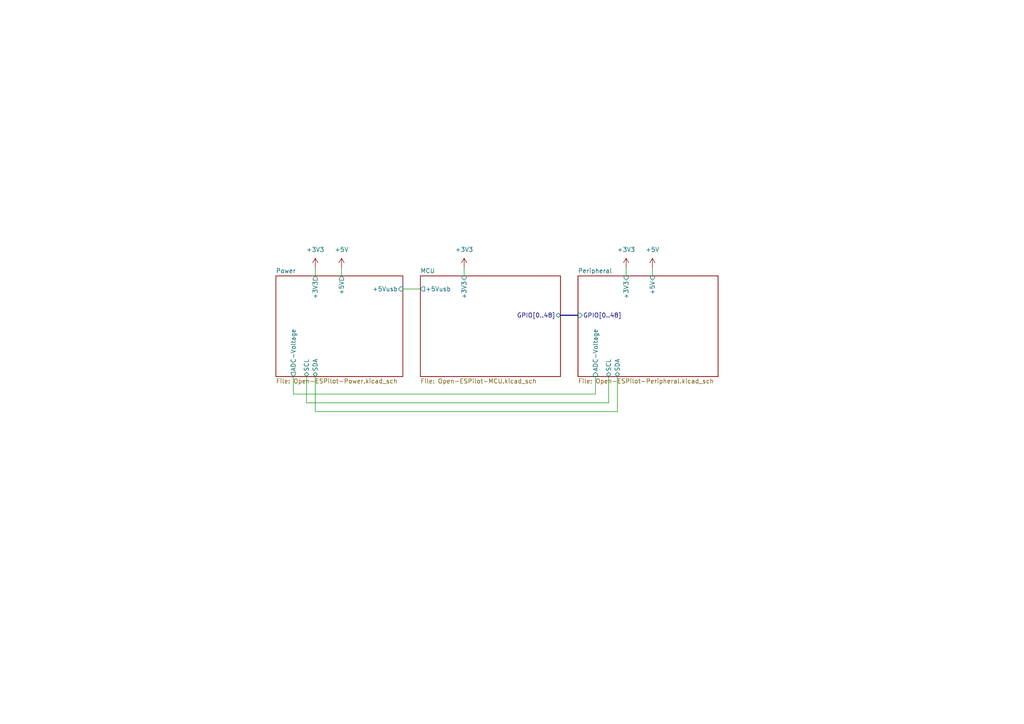
<source format=kicad_sch>
(kicad_sch (version 20250114) (generator "eeschema") (generator_version "9.0")
  (paper "A4")
  (title_block (title "Open-ESPilot"))
  (lib_symbols
    (symbol "power:+3V3" (power) (pin_numbers (hide yes)) (pin_names (offset 0) (hide yes))
      (property "Value" "+3V3" (at 0 3.556 0))
      (symbol "+3V3_0_1"
        (polyline (pts (xy -0.762 1.27) (xy 0 2.54)))
        (polyline (pts (xy 0 2.54) (xy 0.762 1.27)))
        (polyline (pts (xy 0 0) (xy 0 2.54)))
      )
      (symbol "+3V3_1_1"
        (pin power_in line (at 0 0 90) (length 0) (name "~") (number "1"))
      )
    )
    (symbol "power:+5V" (power) (pin_numbers (hide yes)) (pin_names (offset 0) (hide yes))
      (property "Value" "+5V" (at 0 3.556 0))
      (symbol "+5V_0_1"
        (polyline (pts (xy -0.762 1.27) (xy 0 2.54)))
        (polyline (pts (xy 0 2.54) (xy 0.762 1.27)))
        (polyline (pts (xy 0 0) (xy 0 2.54)))
      )
      (symbol "+5V_1_1"
        (pin power_in line (at 0 0 90) (length 0) (name "~") (number "1"))
      )
    )
  )
  (wire (pts (xy 181.61 77.47) (xy 181.61 80.01)))
  (wire (pts (xy 99.06 77.47) (xy 99.06 80.01)))
  (bus (pts (xy 162.56 91.44) (xy 167.64 91.44)))
  (wire (pts (xy 91.44 77.47) (xy 91.44 80.01)))
  (wire (pts (xy 88.9 116.84) (xy 176.53 116.84)))
  (wire (pts (xy 116.84 83.82) (xy 121.92 83.82)))
  (wire (pts (xy 179.07 119.38) (xy 179.07 109.22)))
  (wire (pts (xy 85.09 114.3) (xy 172.72 114.3)))
  (wire (pts (xy 91.44 109.22) (xy 91.44 119.38)))
  (wire (pts (xy 134.62 77.47) (xy 134.62 80.01)))
  (wire (pts (xy 91.44 119.38) (xy 179.07 119.38)))
  (wire (pts (xy 85.09 109.22) (xy 85.09 114.3)))
  (wire (pts (xy 88.9 109.22) (xy 88.9 116.84)))
  (wire (pts (xy 172.72 114.3) (xy 172.72 109.22)))
  (wire (pts (xy 176.53 116.84) (xy 176.53 109.22)))
  (wire (pts (xy 189.23 77.47) (xy 189.23 80.01)))
  (symbol (lib_id "power:+5V") (at 99.06 77.47 0) (unit 1)
    (property "Reference" "#PWR02" (effects (hide yes)))
    (property "Value" "+5V" (at 99.06 72.39 0))
    (property "Description" "Power symbol creates a global label with name \"+5V\"" (effects (hide yes)))
  )
  (symbol (lib_id "power:+5V") (at 189.23 77.47 0) (unit 1)
    (property "Reference" "#PWR05" (effects (hide yes)))
    (property "Value" "+5V" (at 189.23 72.39 0))
    (property "Description" "Power symbol creates a global label with name \"+5V\"" (effects (hide yes)))
  )
  (symbol (lib_id "power:+3V3") (at 181.61 77.47 0) (unit 1)
    (property "Reference" "#PWR04" (effects (hide yes)))
    (property "Value" "+3V3" (at 181.61 72.39 0))
    (property "Description" "Power symbol creates a global label with name \"+3V3\"" (effects (hide yes)))
  )
  (symbol (lib_id "power:+3V3") (at 91.44 77.47 0) (unit 1)
    (property "Reference" "#PWR01" (effects (hide yes)))
    (property "Value" "+3V3" (at 91.44 72.39 0))
    (property "Description" "Power symbol creates a global label with name \"+3V3\"" (effects (hide yes)))
  )
  (symbol (lib_id "power:+3V3") (at 134.62 77.47 0) (unit 1)
    (property "Reference" "#PWR03" (effects (hide yes)))
    (property "Value" "+3V3" (at 134.62 72.39 0))
    (property "Description" "Power symbol creates a global label with name \"+3V3\"" (effects (hide yes)))
  )
  (sheet (at 80.01 80.01) (size 36.83 29.21) (stroke (width 0.1524))
    (property "Sheetname" "Power" (at 80.01 79.2984 0) (effects (justify left bottom)))
    (property "Sheetfile" "Open-ESPilot-Power.kicad_sch" (at 80.01 109.8046 0) (effects (justify left top)))
    (pin "+5Vusb" input (at 116.84 83.82 0))
    (pin "ADC-Voltage" output (at 85.09 109.22 270))
    (pin "SCL" bidirectional (at 88.9 109.22 270))
    (pin "SDA" bidirectional (at 91.44 109.22 270))
    (pin "+3V3" output (at 91.44 80.01 90))
    (pin "+5V" output (at 99.06 80.01 90))
  )
  (sheet (at 121.92 80.01) (size 40.64 29.21) (stroke (width 0.1524))
    (property "Sheetname" "MCU" (at 121.92 79.2984 0) (effects (justify left bottom)))
    (property "Sheetfile" "Open-ESPilot-MCU.kicad_sch" (at 121.92 109.8046 0) (effects (justify left top)))
    (pin "+5Vusb" output (at 121.92 83.82 180))
    (pin "GPIO[0..48]" bidirectional (at 162.56 91.44 0))
    (pin "+3V3" input (at 134.62 80.01 90))
  )
  (sheet (at 167.64 80.01) (size 40.64 29.21) (stroke (width 0.1524))
    (property "Sheetname" "Peripheral" (at 167.64 79.2984 0) (effects (justify left bottom)))
    (property "Sheetfile" "Open-ESPilot-Peripheral.kicad_sch" (at 167.64 109.8046 0) (effects (justify left top)))
    (pin "GPIO[0..48]" input (at 167.64 91.44 180))
    (pin "ADC-Voltage" input (at 172.72 109.22 270))
    (pin "SCL" bidirectional (at 176.53 109.22 270))
    (pin "SDA" bidirectional (at 179.07 109.22 270))
    (pin "+3V3" input (at 181.61 80.01 90))
    (pin "+5V" input (at 189.23 80.01 90))
  )
)
</source>
